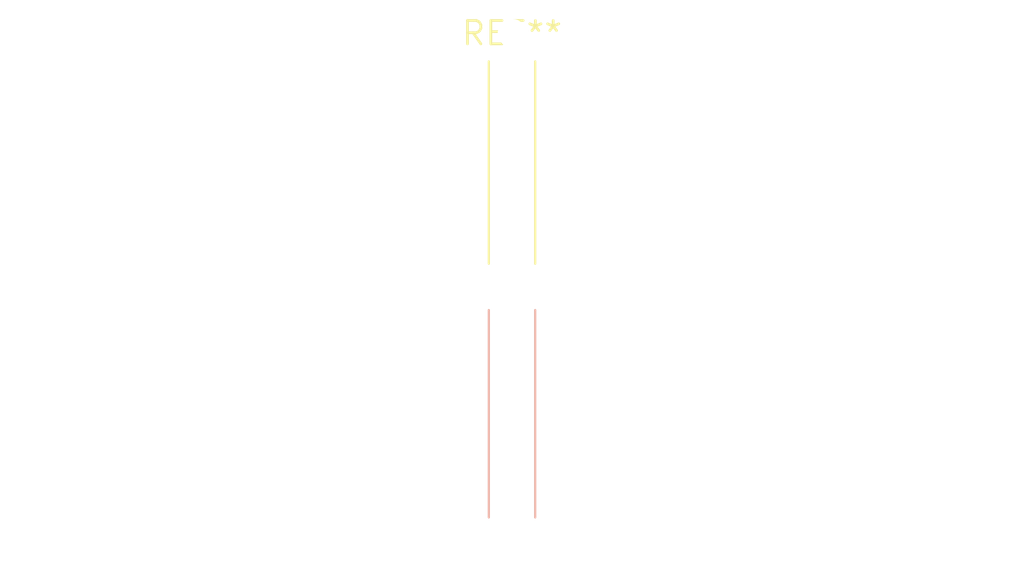
<source format=kicad_pcb>
(kicad_pcb (version 20240108) (generator pcbnew)
  (layers (0 "F.Cu" signal) (31 "B.Cu" signal) (34 "B.Paste" user) (35 "F.Paste" user) (36 "B.SilkS" user "B.Silkscreen") (37 "F.SilkS" user "F.Silkscreen") (38 "B.Mask" user) (39 "F.Mask" user) (44 "Edge.Cuts" user))
  (net 0 "")
  (footprint "SolderWire-0.75sqmm_1x01_D1.25mm_OD2.3mm_Relief2x" (layer "F.Cu") (at 0 0)
    (property "Reference" "REF**")
    (property "Value" "SolderWire-0.75sqmm_1x01_D1.25mm_OD2.3mm_Relief2x")
    (fp_line (start -1.26 15.06) (end -1.26 26.34) (layer "B.SilkS") (stroke (width 0.12)))
    (fp_line (start 1.26 15.06) (end 1.26 26.34) (layer "B.SilkS") (stroke (width 0.12)))
    (fp_line (start -1.26 1.535) (end -1.26 12.54) (layer "F.SilkS") (stroke (width 0.12)))
    (fp_line (start 1.26 1.535) (end 1.26 12.54) (layer "F.SilkS") (stroke (width 0.12)))
    (pad "" np_thru_hole circle (at 0 13.8) (size 2.8 2.8) (drill 2.8) (layers *.Cu *.Mask))
    (pad "" np_thru_hole circle (at 0 27.6) (size 2.8 2.8) (drill 2.8) (layers *.Cu *.Mask))
    (pad "1" thru_hole roundrect (at 0 0) (size 2.55 2.55) (drill 1.55) (layers *.Cu *.Mask) (remove_unused_layers) (roundrect_rratio 0.098039))
  )
)
</source>
